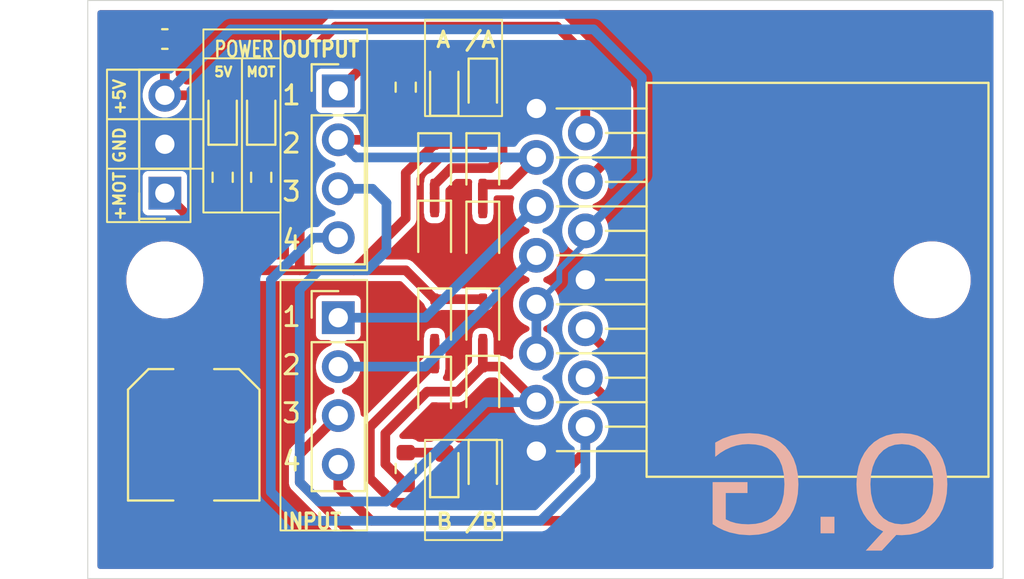
<source format=kicad_pcb>
(kicad_pcb (version 20241229) (generator "pcbnew") (generator_version "9.0")
  (layers (0 "F.Cu" signal) (2 "B.Cu" signal) (13 "F.Paste" user) (15 "B.Paste" user) (5 "F.SilkS" user "F.Silkscreen") (7 "B.SilkS" user "B.Silkscreen") (1 "F.Mask" user) (3 "B.Mask" user) (25 "Edge.Cuts" user))
  (net 0 "")
  (net 1 "+5V")
  (net 2 "GND")
  (net 3 "+24V")
  (net 4 "alim_bobine3")
  (net 5 "alim_bobine4")
  (net 6 "alim_bobine1")
  (net 7 "alim_bobine2")
  (net 8 "out_bobine1")
  (net 9 "out_bobine2")
  (net 10 "out_bobine3")
  (net 11 "out_bobine4")
  (net 12 "Net-(D14-K)")
  (net 13 "Net-(D15-A)")
  (net 14 "Net-(D17-A)")
  (net 15 "Net-(D19-K)")
  (footprint "LED_SMD:LED_0603_1608Metric" (layer "F.Cu") (at 140.5 34 -90)
    (property "Reference" "D17" (hide yes))
    (property "Value" "LED_Blue" (hide yes))
    (fp_line (start -1.485 0.735) (end 0.8 0.735) (stroke (width 0.12)) (layer "F.SilkS"))
    (fp_line (start -1.485 -0.735) (end -1.485 0.735) (stroke (width 0.12)) (layer "F.SilkS"))
    (fp_line (start 0.8 -0.735) (end -1.485 -0.735) (stroke (width 0.12)) (layer "F.SilkS"))
    (pad "1" smd roundrect (at -0.7875 0 270) (size 0.875 0.95) (layers "F.Cu" "F.Mask" "F.Paste") (net 8 "out_bobine1"))
    (pad "2" smd roundrect (at 0.7875 0 270) (size 0.875 0.95) (layers "F.Cu" "F.Mask" "F.Paste") (net 14 "Net-(D17-A)"))
  )
  (footprint "LED_SMD:LED_0603_1608Metric" (layer "F.Cu") (at 127 35.5 90)
    (property "Reference" "D19" (hide yes))
    (property "Value" "LED_Yellow" (hide yes))
    (fp_line (start 0.8 -0.735) (end -1.485 -0.735) (stroke (width 0.12)) (layer "F.SilkS"))
    (fp_line (start -1.485 -0.735) (end -1.485 0.735) (stroke (width 0.12)) (layer "F.SilkS"))
    (fp_line (start -1.485 0.735) (end 0.8 0.735) (stroke (width 0.12)) (layer "F.SilkS"))
    (pad "1" smd roundrect (at -0.7875 0 90) (size 0.875 0.95) (layers "F.Cu" "F.Mask" "F.Paste") (net 15 "Net-(D19-K)"))
    (pad "2" smd roundrect (at 0.7875 0 90) (size 0.875 0.95) (layers "F.Cu" "F.Mask" "F.Paste") (net 1 "+5V"))
  )
  (footprint "Connector_PinHeader_2.54mm:PinHeader_1x04_P2.54mm_Vertical" (layer "F.Cu") (at 133 45.96)
    (property "Reference" "J2" (hide yes))
    (property "Value" "Screw_Terminal_01x04")
    (fp_line (start -1.38 -1.38) (end 0 -1.38) (stroke (width 0.12)) (layer "F.SilkS"))
    (fp_line (start -1.38 0) (end -1.38 -1.38) (stroke (width 0.12)) (layer "F.SilkS"))
    (fp_line (start -1.38 1.27) (end -1.38 9) (stroke (width 0.12)) (layer "F.SilkS"))
    (fp_line (start -1.38 1.27) (end 1.38 1.27) (stroke (width 0.12)) (layer "F.SilkS"))
    (fp_line (start -1.38 9) (end 1.38 9) (stroke (width 0.12)) (layer "F.SilkS"))
    (fp_line (start 1.38 1.27) (end 1.38 9) (stroke (width 0.12)) (layer "F.SilkS"))
    (pad "1" thru_hole rect (at 0 0) (size 1.7 1.7) (drill 1) (layers "*.Cu" "*.Mask") (net 6 "alim_bobine1"))
    (pad "2" thru_hole circle (at 0 2.54) (size 1.7 1.7) (drill 1) (layers "*.Cu" "*.Mask") (net 7 "alim_bobine2"))
    (pad "3" thru_hole circle (at 0 5.08) (size 1.7 1.7) (drill 1) (layers "*.Cu" "*.Mask") (net 4 "alim_bobine3"))
    (pad "4" thru_hole circle (at 0 7.62) (size 1.7 1.7) (drill 1) (layers "*.Cu" "*.Mask") (net 5 "alim_bobine4"))
  )
  (footprint "Package_TO_SOT_THT:TO-220-15_P2.54x2.54mm_StaggerOdd_Lead5.84mm_TabDown" (layer "F.Cu") (at 143.28 35.105 -90)
    (property "Reference" "U2" (hide yes))
    (property "Value" "L298HN" (hide yes))
    (fp_line (start -1.33 -5.72) (end 19.11 -5.72) (stroke (width 0.12)) (layer "F.SilkS"))
    (fp_line (start 0 -5.72) (end 0 -1.05) (stroke (width 0.12)) (layer "F.SilkS"))
    (fp_line (start 1.27 -5.72) (end 1.27 -3.606) (stroke (width 0.12)) (layer "F.SilkS"))
    (fp_line (start 2.54 -5.72) (end 2.54 -1.065) (stroke (width 0.12)) (layer "F.SilkS"))
    (fp_line (start 3.81 -5.72) (end 3.81 -3.606) (stroke (width 0.12)) (layer "F.SilkS"))
    (fp_line (start 5.08 -5.72) (end 5.08 -1.065) (stroke (width 0.12)) (layer "F.SilkS"))
    (fp_line (start 6.35 -5.72) (end 6.35 -3.606) (stroke (width 0.12)) (layer "F.SilkS"))
    (fp_line (start 7.62 -5.72) (end 7.62 -1.065) (stroke (width 0.12)) (layer "F.SilkS"))
    (fp_line (start 8.89 -5.72) (end 8.89 -3.606) (stroke (width 0.12)) (layer "F.SilkS"))
    (fp_line (start 10.16 -5.72) (end 10.16 -1.065) (stroke (width 0.12)) (layer "F.SilkS"))
    (fp_line (start 11.43 -5.72) (end 11.43 -3.606) (stroke (width 0.12)) (layer "F.SilkS"))
    (fp_line (start 12.7 -5.72) (end 12.7 -1.065) (stroke (width 0.12)) (layer "F.SilkS"))
    (fp_line (start 13.97 -5.72) (end 13.97 -3.606) (stroke (width 0.12)) (layer "F.SilkS"))
    (fp_line (start 15.24 -5.72) (end 15.24 -1.065) (stroke (width 0.12)) (layer "F.SilkS"))
    (fp_line (start 16.51 -5.72) (end 16.51 -3.606) (stroke (width 0.12)) (layer "F.SilkS"))
    (fp_line (start 17.78 -5.72) (end 17.78 -1.065) (stroke (width 0.12)) (layer "F.SilkS"))
    (fp_line (start -1.33 -23.46) (end -1.33 -5.72) (stroke (width 0.12)) (layer "F.SilkS"))
    (fp_line (start -1.33 -23.46) (end 19.11 -23.46) (stroke (width 0.12)) (layer "F.SilkS"))
    (fp_line (start 19.11 -23.46) (end 19.11 -5.72) (stroke (width 0.12)) (layer "F.SilkS"))
    (pad "" np_thru_hole circle (at 8.89 -20.54 270) (size 3.5 3.5) (drill 3.5) (layers "*.Cu" "*.Mask"))
    (pad "1" thru_hole rect (at 0 0 270) (size 1.8 1.8) (drill 1) (layers "*.Cu" "*.Mask") (net 2 "GND"))
    (pad "2" thru_hole circle (at 1.27 -2.54 270) (size 1.8 1.8) (drill 1) (layers "*.Cu" "*.Mask") (net 8 "out_bobine1"))
    (pad "3" thru_hole circle (at 2.54 0 270) (size 1.8 1.8) (drill 1) (layers "*.Cu" "*.Mask") (net 9 "out_bobine2"))
    (pad "4" thru_hole circle (at 3.81 -2.54 270) (size 1.8 1.8) (drill 1) (layers "*.Cu" "*.Mask") (net 3 "+24V"))
    (pad "5" thru_hole circle (at 5.08 0 270) (size 1.8 1.8) (drill 1) (layers "*.Cu" "*.Mask") (net 6 "alim_bobine1"))
    (pad "6" thru_hole circle (at 6.35 -2.54 270) (size 1.8 1.8) (drill 1) (layers "*.Cu" "*.Mask") (net 1 "+5V"))
    (pad "7" thru_hole circle (at 7.62 0 270) (size 1.8 1.8) (drill 1) (layers "*.Cu" "*.Mask") (net 7 "alim_bobine2"))
    (pad "8" thru_hole circle (at 8.89 -2.54 270) (size 1.8 1.8) (drill 1) (layers "*.Cu" "*.Mask") (net 2 "GND"))
    (pad "9" thru_hole circle (at 10.16 0 270) (size 1.8 1.8) (drill 1) (layers "*.Cu" "*.Mask") (net 1 "+5V"))
    (pad "10" thru_hole circle (at 11.43 -2.54 270) (size 1.8 1.8) (drill 1) (layers "*.Cu" "*.Mask") (net 4 "alim_bobine3"))
    (pad "11" thru_hole circle (at 12.7 0 270) (size 1.8 1.8) (drill 1) (layers "*.Cu" "*.Mask") (net 1 "+5V"))
    (pad "12" thru_hole circle (at 13.97 -2.54 270) (size 1.8 1.8) (drill 1) (layers "*.Cu" "*.Mask") (net 5 "alim_bobine4"))
    (pad "13" thru_hole circle (at 15.24 0 270) (size 1.8 1.8) (drill 1) (layers "*.Cu" "*.Mask") (net 10 "out_bobine3"))
    (pad "14" thru_hole circle (at 16.51 -2.54 270) (size 1.8 1.8) (drill 1) (layers "*.Cu" "*.Mask") (net 11 "out_bobine4"))
    (pad "15" thru_hole circle (at 17.78 0 270) (size 1.8 1.8) (drill 1) (layers "*.Cu" "*.Mask") (net 2 "GND"))
  )
  (footprint "Diode_SMD:D_SOD-323" (layer "F.Cu") (at 140.5 49.55 -90)
    (property "Reference" "D7" (hide yes))
    (property "Value" "D" (hide yes))
    (fp_line (start -1.61 0.85) (end 1.05 0.85) (stroke (width 0.12)) (layer "F.SilkS"))
    (fp_line (start -1.61 -0.85) (end -1.61 0.85) (stroke (width 0.12)) (layer "F.SilkS"))
    (fp_line (start -1.61 -0.85) (end 1.05 -0.85) (stroke (width 0.12)) (layer "F.SilkS"))
    (pad "1" smd roundrect (at -1.05 0 270) (size 0.6 0.45) (layers "F.Cu" "F.Mask" "F.Paste") (net 10 "out_bobine3"))
    (pad "2" smd roundrect (at 1.05 0 270) (size 0.6 0.45) (layers "F.Cu" "F.Mask" "F.Paste") (net 2 "GND"))
  )
  (footprint "LED_SMD:LED_0603_1608Metric" (layer "F.Cu") (at 138.5 53.7875 90)
    (property "Reference" "D15" (hide yes))
    (property "Value" "LED_Blue" (hide yes))
    (fp_line (start 0.8 -0.735) (end -1.485 -0.735) (stroke (width 0.12)) (layer "F.SilkS"))
    (fp_line (start -1.485 -0.735) (end -1.485 0.735) (stroke (width 0.12)) (layer "F.SilkS"))
    (fp_line (start -1.485 0.735) (end 0.8 0.735) (stroke (width 0.12)) (layer "F.SilkS"))
    (pad "1" smd roundrect (at -0.7875 0 90) (size 0.875 0.95) (layers "F.Cu" "F.Mask" "F.Paste") (net 11 "out_bobine4"))
    (pad "2" smd roundrect (at 0.7875 0 90) (size 0.875 0.95) (layers "F.Cu" "F.Mask" "F.Paste") (net 13 "Net-(D15-A)"))
  )
  (footprint "Resistor_SMD:R_0603_1608Metric" (layer "F.Cu") (at 136.5 34 -90)
    (property "Reference" "R6" (hide yes))
    (property "Value" "10K" (hide yes))
    (fp_line (start -0.237258 0.5225) (end 0.237258 0.5225) (stroke (width 0.12)) (layer "F.SilkS"))
    (fp_line (start -0.237258 -0.5225) (end 0.237258 -0.5225) (stroke (width 0.12)) (layer "F.SilkS"))
    (pad "1" smd roundrect (at -0.825 0 270) (size 0.8 0.95) (layers "F.Cu" "F.Mask" "F.Paste") (net 14 "Net-(D17-A)"))
    (pad "2" smd roundrect (at 0.825 0 270) (size 0.8 0.95) (layers "F.Cu" "F.Mask" "F.Paste") (net 9 "out_bobine2"))
  )
  (footprint "Diode_SMD:D_SOD-323" (layer "F.Cu") (at 138 49.6 -90)
    (property "Reference" "D8" (hide yes))
    (property "Value" "D" (hide yes))
    (fp_line (start -1.61 0.85) (end 1.05 0.85) (stroke (width 0.12)) (layer "F.SilkS"))
    (fp_line (start -1.61 -0.85) (end -1.61 0.85) (stroke (width 0.12)) (layer "F.SilkS"))
    (fp_line (start -1.61 -0.85) (end 1.05 -0.85) (stroke (width 0.12)) (layer "F.SilkS"))
    (pad "1" smd roundrect (at -1.05 0 270) (size 0.6 0.45) (layers "F.Cu" "F.Mask" "F.Paste") (net 11 "out_bobine4"))
    (pad "2" smd roundrect (at 1.05 0 270) (size 0.6 0.45) (layers "F.Cu" "F.Mask" "F.Paste") (net 2 "GND"))
  )
  (footprint "Diode_SMD:D_SOD-323" (layer "F.Cu") (at 138 41.5 -90)
    (property "Reference" "D2" (hide yes))
    (property "Value" "D" (hide yes))
    (fp_line (start -1.61 0.85) (end 1.05 0.85) (stroke (width 0.12)) (layer "F.SilkS"))
    (fp_line (start -1.61 -0.85) (end -1.61 0.85) (stroke (width 0.12)) (layer "F.SilkS"))
    (fp_line (start -1.61 -0.85) (end 1.05 -0.85) (stroke (width 0.12)) (layer "F.SilkS"))
    (pad "1" smd roundrect (at -1.05 0 270) (size 0.6 0.45) (layers "F.Cu" "F.Mask" "F.Paste") (net 8 "out_bobine1"))
    (pad "2" smd roundrect (at 1.05 0 270) (size 0.6 0.45) (layers "F.Cu" "F.Mask" "F.Paste") (net 2 "GND"))
  )
  (footprint "Resistor_SMD:R_0603_1608Metric" (layer "F.Cu") (at 127 38.675 -90)
    (property "Reference" "R3" (hide yes))
    (property "Value" "2.2K" (hide yes))
    (fp_line (start -0.237258 0.5225) (end 0.237258 0.5225) (stroke (width 0.12)) (layer "F.SilkS"))
    (fp_line (start -0.237258 -0.5225) (end 0.237258 -0.5225) (stroke (width 0.12)) (layer "F.SilkS"))
    (pad "1" smd roundrect (at -0.825 0 270) (size 0.8 0.95) (layers "F.Cu" "F.Mask" "F.Paste") (net 15 "Net-(D19-K)"))
    (pad "2" smd roundrect (at 0.825 0 270) (size 0.8 0.95) (layers "F.Cu" "F.Mask" "F.Paste") (net 2 "GND"))
  )
  (footprint "LED_SMD:LED_0603_1608Metric" (layer "F.Cu") (at 140.5 53.7875 -90)
    (property "Reference" "D16" (hide yes))
    (property "Value" "LED_Blue" (hide yes))
    (fp_line (start -1.485 0.735) (end 0.8 0.735) (stroke (width 0.12)) (layer "F.SilkS"))
    (fp_line (start -1.485 -0.735) (end -1.485 0.735) (stroke (width 0.12)) (layer "F.SilkS"))
    (fp_line (start 0.8 -0.735) (end -1.485 -0.735) (stroke (width 0.12)) (layer "F.SilkS"))
    (pad "1" smd roundrect (at -0.7875 0 270) (size 0.875 0.95) (layers "F.Cu" "F.Mask" "F.Paste") (net 13 "Net-(D15-A)"))
    (pad "2" smd roundrect (at 0.7875 0 270) (size 0.875 0.95) (layers "F.Cu" "F.Mask" "F.Paste") (net 11 "out_bobine4"))
  )
  (footprint "Diode_SMD:D_SOD-323" (layer "F.Cu") (at 138 46.05 -90)
    (property "Reference" "D6" (hide yes))
    (property "Value" "D" (hide yes))
    (fp_line (start -1.61 0.85) (end 1.05 0.85) (stroke (width 0.12)) (layer "F.SilkS"))
    (fp_line (start -1.61 -0.85) (end -1.61 0.85) (stroke (width 0.12)) (layer "F.SilkS"))
    (fp_line (start -1.61 -0.85) (end 1.05 -0.85) (stroke (width 0.12)) (layer "F.SilkS"))
    (pad "1" smd roundrect (at -1.05 0 270) (size 0.6 0.45) (layers "F.Cu" "F.Mask" "F.Paste") (net 3 "+24V"))
    (pad "2" smd roundrect (at 1.05 0 270) (size 0.6 0.45) (layers "F.Cu" "F.Mask" "F.Paste") (net 11 "out_bobine4"))
  )
  (footprint "Connector_PinHeader_2.54mm:PinHeader_1x04_P2.54mm_Vertical" (layer "F.Cu") (at 133 34.19)
    (property "Reference" "J1" (hide yes))
    (property "Value" "Screw_Terminal_01x04")
    (fp_line (start -1.38 -1.38) (end 0 -1.38) (stroke (width 0.12)) (layer "F.SilkS"))
    (fp_line (start -1.38 0) (end -1.38 -1.38) (stroke (width 0.12)) (layer "F.SilkS"))
    (fp_line (start -1.38 1.27) (end -1.38 9) (stroke (width 0.12)) (layer "F.SilkS"))
    (fp_line (start -1.38 1.27) (end 1.38 1.27) (stroke (width 0.12)) (layer "F.SilkS"))
    (fp_line (start -1.38 9) (end 1.38 9) (stroke (width 0.12)) (layer "F.SilkS"))
    (fp_line (start 1.38 1.27) (end 1.38 9) (stroke (width 0.12)) (layer "F.SilkS"))
    (pad "1" thru_hole rect (at 0 0) (size 1.7 1.7) (drill 1) (layers "*.Cu" "*.Mask") (net 8 "out_bobine1"))
    (pad "2" thru_hole circle (at 0 2.54) (size 1.7 1.7) (drill 1) (layers "*.Cu" "*.Mask") (net 9 "out_bobine2"))
    (pad "3" thru_hole circle (at 0 5.08) (size 1.7 1.7) (drill 1) (layers "*.Cu" "*.Mask") (net 10 "out_bobine3"))
    (pad "4" thru_hole circle (at 0 7.62) (size 1.7 1.7) (drill 1) (layers "*.Cu" "*.Mask") (net 11 "out_bobine4"))
  )
  (footprint "Connector_PinSocket_2.54mm:PinSocket_1x03_P2.54mm_Vertical" (layer "F.Cu") (at 124 39.5 180)
    (property "Reference" "J3" (hide yes))
    (property "Value" "Screw_Terminal_01x03")
    (fp_line (start 1.33 1.27) (end 1.33 6.41) (stroke (width 0.12)) (layer "F.SilkS"))
    (fp_line (start 1.33 -1.33) (end 1.33 0) (stroke (width 0.12)) (layer "F.SilkS"))
    (fp_line (start 0 -1.33) (end 1.33 -1.33) (stroke (width 0.12)) (layer "F.SilkS"))
    (fp_line (start -1.33 6.41) (end 1.33 6.41) (stroke (width 0.12)) (layer "F.SilkS"))
    (fp_line (start -1.33 1.27) (end 1.33 1.27) (stroke (width 0.12)) (layer "F.SilkS"))
    (fp_line (start -1.33 1.27) (end -1.33 6.41) (stroke (width 0.12)) (layer "F.SilkS"))
    (pad "1" thru_hole rect (at 0 0 180) (size 1.7 1.7) (drill 1) (layers "*.Cu" "*.Mask") (net 3 "+24V"))
    (pad "2" thru_hole circle (at 0 2.54 180) (size 1.7 1.7) (drill 1) (layers "*.Cu" "*.Mask") (net 2 "GND"))
    (pad "3" thru_hole circle (at 0 5.08 180) (size 1.7 1.7) (drill 1) (layers "*.Cu" "*.Mask") (net 1 "+5V"))
  )
  (footprint "LED_SMD:LED_0603_1608Metric" (layer "F.Cu") (at 129 35.5 90)
    (property "Reference" "D14" (hide yes))
    (property "Value" "LED_Yellow" (hide yes))
    (fp_line (start 0.8 -0.735) (end -1.485 -0.735) (stroke (width 0.12)) (layer "F.SilkS"))
    (fp_line (start -1.485 -0.735) (end -1.485 0.735) (stroke (width 0.12)) (layer "F.SilkS"))
    (fp_line (start -1.485 0.735) (end 0.8 0.735) (stroke (width 0.12)) (layer "F.SilkS"))
    (pad "1" smd roundrect (at -0.7875 0 90) (size 0.875 0.95) (layers "F.Cu" "F.Mask" "F.Paste") (net 12 "Net-(D14-K)"))
    (pad "2" smd roundrect (at 0.7875 0 90) (size 0.875 0.95) (layers "F.Cu" "F.Mask" "F.Paste") (net 3 "+24V"))
  )
  (footprint "Diode_SMD:D_SOD-323" (layer "F.Cu") (at 138 38 -90)
    (property "Reference" "D1" (hide yes))
    (property "Value" "D" (hide yes))
    (fp_line (start -1.61 0.85) (end 1.05 0.85) (stroke (width 0.12)) (layer "F.SilkS"))
    (fp_line (start -1.61 -0.85) (end -1.61 0.85) (stroke (width 0.12)) (layer "F.SilkS"))
    (fp_line (start -1.61 -0.85) (end 1.05 -0.85) (stroke (width 0.12)) (layer "F.SilkS"))
    (pad "1" smd roundrect (at -1.05 0 270) (size 0.6 0.45) (layers "F.Cu" "F.Mask" "F.Paste") (net 3 "+24V"))
    (pad "2" smd roundrect (at 1.05 0 270) (size 0.6 0.45) (layers "F.Cu" "F.Mask" "F.Paste") (net 8 "out_bobine1"))
  )
  (footprint "Diode_SMD:D_SOD-323" (layer "F.Cu") (at 140.5 41.55 -90)
    (property "Reference" "D4" (hide yes))
    (property "Value" "D" (hide yes))
    (fp_line (start -1.61 0.85) (end 1.05 0.85) (stroke (width 0.12)) (layer "F.SilkS"))
    (fp_line (start -1.61 -0.85) (end -1.61 0.85) (stroke (width 0.12)) (layer "F.SilkS"))
    (fp_line (start -1.61 -0.85) (end 1.05 -0.85) (stroke (width 0.12)) (layer "F.SilkS"))
    (pad "1" smd roundrect (at -1.05 0 270) (size 0.6 0.45) (layers "F.Cu" "F.Mask" "F.Paste") (net 9 "out_bobine2"))
    (pad "2" smd roundrect (at 1.05 0 270) (size 0.6 0.45) (layers "F.Cu" "F.Mask" "F.Paste") (net 2 "GND"))
  )
  (footprint "Resistor_SMD:R_0603_1608Metric" (layer "F.Cu") (at 129 38.675 -90)
    (property "Reference" "R4" (hide yes))
    (property "Value" "10K" (hide yes))
    (fp_line (start -0.237258 0.5225) (end 0.237258 0.5225) (stroke (width 0.12)) (layer "F.SilkS"))
    (fp_line (start -0.237258 -0.5225) (end 0.237258 -0.5225) (stroke (width 0.12)) (layer "F.SilkS"))
    (pad "1" smd roundrect (at -0.825 0 270) (size 0.8 0.95) (layers "F.Cu" "F.Mask" "F.Paste") (net 12 "Net-(D14-K)"))
    (pad "2" smd roundrect (at 0.825 0 270) (size 0.8 0.95) (layers "F.Cu" "F.Mask" "F.Paste") (net 2 "GND"))
  )
  (footprint "Resistor_SMD:R_0603_1608Metric" (layer "F.Cu") (at 136.5 53.7875 -90)
    (property "Reference" "R5" (hide yes))
    (property "Value" "10K" (hide yes))
    (fp_line (start -0.237258 0.5225) (end 0.237258 0.5225) (stroke (width 0.12)) (layer "F.SilkS"))
    (fp_line (start -0.237258 -0.5225) (end 0.237258 -0.5225) (stroke (width 0.12)) (layer "F.SilkS"))
    (pad "1" smd roundrect (at -0.825 0 270) (size 0.8 0.95) (layers "F.Cu" "F.Mask" "F.Paste") (net 13 "Net-(D15-A)"))
    (pad "2" smd roundrect (at 0.825 0 270) (size 0.8 0.95) (layers "F.Cu" "F.Mask" "F.Paste") (net 10 "out_bobine3"))
  )
  (footprint "" (layer "F.Cu") (at 124 44)
    (property "Reference" "" (at 0 0 0) (layer "F.SilkS") (effects (font (size 1.27 1.27))))
    (property "Value" "")
    (pad "" np_thru_hole circle (at 0 0 270) (size 3.5 3.5) (drill 3.5) (layers "*.Cu" "*.Mask"))
  )
  (footprint "Diode_SMD:D_SOD-323" (layer "F.Cu") (at 140.5 46.05 -90)
    (property "Reference" "D5" (hide yes))
    (property "Value" "D" (hide yes))
    (fp_line (start -1.61 0.85) (end 1.05 0.85) (stroke (width 0.12)) (layer "F.SilkS"))
    (fp_line (start -1.61 -0.85) (end -1.61 0.85) (stroke (width 0.12)) (layer "F.SilkS"))
    (fp_line (start -1.61 -0.85) (end 1.05 -0.85) (stroke (width 0.12)) (layer "F.SilkS"))
    (pad "1" smd roundrect (at -1.05 0 270) (size 0.6 0.45) (layers "F.Cu" "F.Mask" "F.Paste") (net 3 "+24V"))
    (pad "2" smd roundrect (at 1.05 0 270) (size 0.6 0.45) (layers "F.Cu" "F.Mask" "F.Paste") (net 10 "out_bobine3"))
  )
  (footprint "Capacitor_SMD:C_Elec_6.3x7.7" (layer "F.Cu") (at 125.5 52.0375 -90)
    (property "Reference" "C2" (hide yes))
    (property "Value" "~" (hide yes))
    (fp_line (start -2.345563 3.41) (end 3.41 3.41) (stroke (width 0.12)) (layer "F.SilkS"))
    (fp_line (start 3.41 3.41) (end 3.41 1.06) (stroke (width 0.12)) (layer "F.SilkS"))
    (fp_line (start -3.41 2.345563) (end -2.345563 3.41) (stroke (width 0.12)) (layer "F.SilkS"))
    (fp_line (start -3.41 2.345563) (end -3.41 1.06) (stroke (width 0.12)) (layer "F.SilkS"))
    (fp_line (start -3.41 -2.345563) (end -3.41 -1.06) (stroke (width 0.12)) (layer "F.SilkS"))
    (fp_line (start -3.41 -2.345563) (end -2.345563 -3.41) (stroke (width 0.12)) (layer "F.SilkS"))
    (fp_line (start -2.345563 -3.41) (end 3.41 -3.41) (stroke (width 0.12)) (layer "F.SilkS"))
    (fp_line (start 3.41 -3.41) (end 3.41 -1.06) (stroke (width 0.12)) (layer "F.SilkS"))
    (pad "1" smd roundrect (at -2.5375 0 270) (size 3.325 1.6) (layers "F.Cu" "F.Mask" "F.Paste") (roundrect_rratio 0.15625) (net 3 "+24V"))
    (pad "2" smd roundrect (at 2.5375 0 270) (size 3.325 1.6) (layers "F.Cu" "F.Mask" "F.Paste") (roundrect_rratio 0.15625) (net 2 "GND"))
  )
  (footprint "LED_SMD:LED_0603_1608Metric" (layer "F.Cu") (at 138.5 34 90)
    (property "Reference" "D18" (hide yes))
    (property "Value" "LED_Blue" (hide yes))
    (fp_line (start 0.8 -0.735) (end -1.485 -0.735) (stroke (width 0.12)) (layer "F.SilkS"))
    (fp_line (start -1.485 -0.735) (end -1.485 0.735) (stroke (width 0.12)) (layer "F.SilkS"))
    (fp_line (start -1.485 0.735) (end 0.8 0.735) (stroke (width 0.12)) (layer "F.SilkS"))
    (pad "1" smd roundrect (at -0.7875 0 90) (size 0.875 0.95) (layers "F.Cu" "F.Mask" "F.Paste") (net 14 "Net-(D17-A)"))
    (pad "2" smd roundrect (at 0.7875 0 90) (size 0.875 0.95) (layers "F.Cu" "F.Mask" "F.Paste") (net 8 "out_bobine1"))
  )
  (footprint "Diode_SMD:D_SOD-323" (layer "F.Cu") (at 140.5 38 -90)
    (property "Reference" "D3" (hide yes))
    (property "Value" "D" (hide yes))
    (fp_line (start -1.61 0.85) (end 1.05 0.85) (stroke (width 0.12)) (layer "F.SilkS"))
    (fp_line (start -1.61 -0.85) (end -1.61 0.85) (stroke (width 0.12)) (layer "F.SilkS"))
    (fp_line (start -1.61 -0.85) (end 1.05 -0.85) (stroke (width 0.12)) (layer "F.SilkS"))
    (pad "1" smd roundrect (at -1.05 0 270) (size 0.6 0.45) (layers "F.Cu" "F.Mask" "F.Paste") (net 3 "+24V"))
    (pad "2" smd roundrect (at 1.05 0 270) (size 0.6 0.45) (layers "F.Cu" "F.Mask" "F.Paste") (net 9 "out_bobine2"))
  )
  (footprint "Capacitor_SMD:C_0603_1608Metric" (layer "F.Cu") (at 124 31.5 180)
    (property "Reference" "C1" (hide yes))
    (property "Value" "100nF" (hide yes))
    (fp_line (start -0.14058 0.51) (end 0.14058 0.51) (stroke (width 0.12)) (layer "F.SilkS"))
    (fp_line (start -0.14058 -0.51) (end 0.14058 -0.51) (stroke (width 0.12)) (layer "F.SilkS"))
    (pad "1" smd roundrect (at -0.775 0 180) (size 0.9 0.95) (layers "F.Cu" "F.Mask" "F.Paste") (net 2 "GND"))
    (pad "2" smd roundrect (at 0.775 0 180) (size 0.9 0.95) (layers "F.Cu" "F.Mask" "F.Paste") (net 1 "+5V"))
  )
  (gr_rect (start 121 35.66) (end 122.67 38.23) (stroke (width 0.1)) (fill no) (layer "F.SilkS"))
  (gr_rect (start 122.67 38.23) (end 125.33 41) (stroke (width 0.1)) (fill no) (layer "F.SilkS"))
  (gr_rect (start 121 33.09) (end 125.33 35.66) (stroke (width 0.1)) (fill no) (layer "F.SilkS"))
  (gr_rect (start 137.5 52.3025) (end 141.5 57.5) (stroke (width 0.1)) (fill no) (layer "F.SilkS"))
  (gr_rect (start 137.5 30.5) (end 141.5 35.5) (stroke (width 0.1)) (fill no) (layer "F.SilkS"))
  (gr_rect (start 122.67 35.66) (end 126 38.23) (stroke (width 0.1)) (fill no) (layer "F.SilkS"))
  (gr_rect (start 130 31) (end 134.5 43.5) (stroke (width 0.1)) (fill no) (layer "F.SilkS"))
  (gr_rect (start 126 31) (end 130 40.5) (stroke (width 0.1)) (fill no) (layer "F.SilkS"))
  (gr_rect (start 130 44) (end 134.5 57) (stroke (width 0.1)) (fill no) (layer "F.SilkS"))
  (gr_rect (start 126 32.5) (end 128 40.5) (stroke (width 0.1)) (fill no) (layer "F.SilkS"))
  (gr_rect (start 121 33.09) (end 125.33 41) (stroke (width 0.1)) (fill no) (layer "F.SilkS"))
  (gr_rect (start 128 32.5) (end 130 40.5) (stroke (width 0.1)) (fill no) (layer "F.SilkS"))
  (gr_rect (start 120 29.5) (end 167.5 59.5) (stroke (width 0.05)) (fill no) (layer "Edge.Cuts"))
  (gr_text "OUTPUT" (at 130 32.5 0) (layer "F.SilkS") (effects (font (size 0.8 0.7) (thickness 0.16) (bold yes)) (justify left bottom)))
  (gr_text "5V  MOT " (at 126.5 33.5 0) (layer "F.SilkS") (effects (font (size 0.5 0.5) (thickness 0.125) (bold yes)) (justify left bottom)))
  (gr_text "GND" (at 122 38 90) (layer "F.SilkS") (effects (font (size 0.6 0.6) (thickness 0.125) (bold yes)) (justify left bottom)))
  (gr_text "POWER" (at 126.5 32.5 0) (layer "F.SilkS") (effects (font (size 0.8 0.6) (thickness 0.125) (bold yes)) (justify left bottom)))
  (gr_text "4" (at 130 42.5 0) (layer "F.SilkS") (effects (font (size 1 1)) (justify left bottom)))
  (gr_text "A" (at 138 32 0) (layer "F.SilkS") (effects (font (size 0.8 0.8) (thickness 0.16) (bold yes)) (justify left bottom)))
  (gr_text "B" (at 138 57 0) (layer "F.SilkS") (effects (font (size 0.8 0.8) (thickness 0.16) (bold yes)) (justify left bottom)))
  (gr_text "/A" (at 139.5 32 0) (layer "F.SilkS") (effects (font (size 0.8 0.8) (thickness 0.16) (bold yes)) (justify left bottom)))
  (gr_text "1" (at 130 35 0) (layer "F.SilkS") (effects (font (size 1 1)) (justify left bottom)))
  (gr_text "4" (at 130 54 0) (layer "F.SilkS") (effects (font (size 1 1)) (justify left bottom)))
  (gr_text "3" (at 130 51.5 0) (layer "F.SilkS") (effects (font (size 1 1)) (justify left bottom)))
  (gr_text "/B" (at 139.5 57 0) (layer "F.SilkS") (effects (font (size 0.8 0.8) (thickness 0.16) (bold yes)) (justify left bottom)))
  (gr_text "2" (at 130 49 0) (layer "F.SilkS") (effects (font (size 1 1)) (justify left bottom)))
  (gr_text "2" (at 130 37.5 0) (layer "F.SilkS") (effects (font (size 1 1)) (justify left bottom)))
  (gr_text "+MOT" (at 122 41 90) (layer "F.SilkS") (effects (font (size 0.6 0.6) (thickness 0.125) (bold yes)) (justify left bottom)))
  (gr_text "1" (at 130 46.5 0) (layer "F.SilkS") (effects (font (size 1 1)) (justify left bottom)))
  (gr_text "INPUT" (at 130 57 0) (layer "F.SilkS") (effects (font (size 0.8 0.7) (thickness 0.16) (bold yes)) (justify left bottom)))
  (gr_text "3" (at 130 40 0) (layer "F.SilkS") (effects (font (size 1 1)) (justify left bottom)))
  (gr_text "+5V" (at 122 35.5 90) (layer "F.SilkS") (effects (font (size 0.6 0.6) (thickness 0.125) (bold yes)) (justify left bottom)))
  (gr_text "Q.G" (at 165 58 0) (layer "B.SilkS") (effects (font (size 5 5) (thickness 0.1)) (justify left bottom mirror)))
  (segment (start 124 34.42) (end 124 33) (width 0.5) (layer "F.Cu") (net 1))
  (segment (start 126.7075 34.42) (end 127 34.7125) (width 0.5) (layer "F.Cu") (net 1))
  (segment (start 123.225 32.225) (end 123.225 31.5) (width 0.5) (layer "F.Cu") (net 1))
  (segment (start 124 34.42) (end 126.7075 34.42) (width 0.5) (layer "F.Cu") (net 1))
  (segment (start 124 33) (end 123.225 32.225) (width 0.5) (layer "F.Cu") (net 1))
  (segment (start 148.75 38.525) (end 145.82 41.455) (width 0.5) (layer "B.Cu") (net 1))
  (segment (start 143.28 47.805) (end 143.28 45.265) (width 0.5) (layer "B.Cu") (net 1))
  (segment (start 145.82 42.084397) (end 145.82 41.455) (width 0.3) (layer "B.Cu") (net 1))
  (segment (start 144.469 43.435397) (end 145.82 42.084397) (width 0.3) (layer "B.Cu") (net 1))
  (segment (start 144.469 44.076) (end 144.469 43.435397) (width 0.3) (layer "B.Cu") (net 1))
  (segment (start 143.28 45.265) (end 144.469 44.076) (width 0.3) (layer "B.Cu") (net 1))
  (segment (start 124 34.42) (end 127.42 31) (width 0.5) (layer "B.Cu") (net 1))
  (segment (start 148.75 33.5) (end 148.75 38.525) (width 0.5) (layer "B.Cu") (net 1))
  (segment (start 127.42 31) (end 146.25 31) (width 0.5) (layer "B.Cu") (net 1))
  (segment (start 146.25 31) (end 148.75 33.5) (width 0.5) (layer "B.Cu") (net 1))
  (segment (start 127 39.5) (end 129 39.5) (width 0.5) (layer "F.Cu") (net 2))
  (segment (start 138 50.65) (end 140.45 50.65) (width 0.5) (layer "F.Cu") (net 2))
  (segment (start 124.46 36.96) (end 127 39.5) (width 0.5) (layer "F.Cu") (net 2))
  (segment (start 140.45 50.65) (end 140.5 50.6) (width 0.5) (layer "F.Cu") (net 2))
  (segment (start 124 36.96) (end 124.46 36.96) (width 0.5) (layer "F.Cu") (net 2))
  (segment (start 140.45 42.55) (end 140.5 42.6) (width 0.5) (layer "F.Cu") (net 2))
  (segment (start 138 42.55) (end 140.45 42.55) (width 0.5) (layer "F.Cu") (net 2))
  (segment (start 136.5 43.5) (end 133.7997 43.5) (width 0.5) (layer "F.Cu") (net 3))
  (segment (start 138 45) (end 140.5 45) (width 0.5) (layer "F.Cu") (net 3))
  (segment (start 138 45) (end 136.5 43.5) (width 0.5) (layer "F.Cu") (net 3))
  (segment (start 131 36.7125) (end 131 43.5) (width 0.5) (layer "F.Cu") (net 3))
  (segment (start 132.85625 30.85625) (end 129 34.7125) (width 0.5) (layer "F.Cu") (net 3))
  (segment (start 136.5 40.7997) (end 133.7997 43.5) (width 0.5) (layer "F.Cu") (net 3))
  (segment (start 147.75 34.25) (end 144.35625 30.85625) (width 0.5) (layer "F.Cu") (net 3))
  (segment (start 125.5 49.5) (end 125.5 47.5) (width 0.5) (layer "F.Cu") (net 3))
  (segment (start 144.35625 30.85625) (end 132.85625 30.85625) (width 0.5) (layer "F.Cu") (net 3))
  (segment (start 147.75 36.985) (end 147.75 34.25) (width 0.5) (layer "F.Cu") (net 3))
  (segment (start 129 34.7125) (end 131 36.7125) (width 0.5) (layer "F.Cu") (net 3))
  (segment (start 136.5 38.45) (end 136.5 40.7997) (width 0.5) (layer "F.Cu") (net 3))
  (segment (start 124 39.5) (end 126.5 42) (width 0.5) (layer "F.Cu") (net 3))
  (segment (start 128 43.5) (end 126.5 42) (width 0.5) (layer "F.Cu") (net 3))
  (segment (start 128 45) (end 128 43.5) (width 0.5) (layer "F.Cu") (net 3))
  (segment (start 131 43.5) (end 128 43.5) (width 0.5) (layer "F.Cu") (net 3))
  (segment (start 133.7997 43.5) (end 131 43.5) (width 0.5) (layer "F.Cu") (net 3))
  (segment (start 125.5 47.5) (end 128 45) (width 0.5) (layer "F.Cu") (net 3))
  (segment (start 138 36.95) (end 140.5 36.95) (width 0.5) (layer "F.Cu") (net 3))
  (segment (start 138 36.95) (end 136.5 38.45) (width 0.5) (layer "F.Cu") (net 3))
  (segment (start 145.82 38.915) (end 147.75 36.985) (width 0.5) (layer "F.Cu") (net 3))
  (segment (start 131 54.5) (end 134 57.5) (width 0.5) (layer "F.Cu") (net 4))
  (segment (start 131 53.04) (end 131 54.5) (width 0.5) (layer "F.Cu") (net 4))
  (segment (start 149.25 55.068309) (end 149.25 49.965) (width 0.5) (layer "F.Cu") (net 4))
  (segment (start 149.25 49.965) (end 145.82 46.535) (width 0.5) (layer "F.Cu") (net 4))
  (segment (start 133 51.04) (end 131 53.04) (width 0.5) (layer "F.Cu") (net 4))
  (segment (start 134 57.5) (end 146.818309 57.5) (width 0.5) (layer "F.Cu") (net 4))
  (segment (start 146.818309 57.5) (end 149.25 55.068309) (width 0.5) (layer "F.Cu") (net 4))
  (segment (start 133 54.79) (end 134.71 56.5) (width 0.5) (layer "F.Cu") (net 5))
  (segment (start 133 53.58) (end 133 54.79) (width 0.5) (layer "F.Cu") (net 5))
  (segment (start 147.5 55) (end 147.5 50.755) (width 0.5) (layer "F.Cu") (net 5))
  (segment (start 147.5 50.755) (end 145.82 49.075) (width 0.5) (layer "F.Cu") (net 5))
  (segment (start 134.71 56.5) (end 146 56.5) (width 0.5) (layer "F.Cu") (net 5))
  (segment (start 146 56.5) (end 147.5 55) (width 0.5) (layer "F.Cu") (net 5))
  (segment (start 133 45.96) (end 137.505 45.96) (width 0.5) (layer "B.Cu") (net 6))
  (segment (start 137.505 45.96) (end 143.28 40.185) (width 0.5) (layer "B.Cu") (net 6))
  (segment (start 137.505 48.5) (end 143.28 42.725) (width 0.5) (layer "B.Cu") (net 7))
  (segment (start 133 48.5) (end 137.505 48.5) (width 0.5) (layer "B.Cu") (net 7))
  (segment (start 145.82 34.32) (end 144.7125 33.2125) (width 0.5) (layer "F.Cu") (net 8))
  (segment (start 141.526 34.2385) (end 141.526 37.563448) (width 0.5) (layer "F.Cu") (net 8))
  (segment (start 140.5 33.2125) (end 141.526 34.2385) (width 0.5) (layer "F.Cu") (net 8))
  (segment (start 145.82 36.375) (end 145.82 34.32) (width 0.5) (layer "F.Cu") (net 8))
  (segment (start 135.19 32) (end 137.2875 32) (width 0.5) (layer "F.Cu") (net 8))
  (segment (start 144.7125 33.2125) (end 140.5 33.2125) (width 0.5) (layer "F.Cu") (net 8))
  (segment (start 138 39.5) (end 138 39.05) (width 0.5) (layer "F.Cu") (net 8))
  (segment (start 138.851 38.199) (end 138 39.05) (width 0.5) (layer "F.Cu") (net 8))
  (segment (start 141.526 37.563448) (end 140.890448 38.199) (width 0.5) (layer "F.Cu") (net 8))
  (segment (start 138 40.45) (end 138 39.5) (width 0.5) (layer "F.Cu") (net 8))
  (segment (start 138.5 33.2125) (end 140.5 33.2125) (width 0.5) (layer "F.Cu") (net 8))
  (segment (start 137.2875 32) (end 138.5 33.2125) (width 0.5) (layer "F.Cu") (net 8))
  (segment (start 140.890448 38.199) (end 138.851 38.199) (width 0.5) (layer "F.Cu") (net 8))
  (segment (start 133 34.19) (end 135.19 32) (width 0.5) (layer "F.Cu") (net 8))
  (segment (start 134.595 36.73) (end 136.5 34.825) (width 0.5) (layer "F.Cu") (net 9))
  (segment (start 140.5 39.05) (end 141.875 39.05) (width 0.5) (layer "F.Cu") (net 9))
  (segment (start 141.875 39.05) (end 143.28 37.645) (width 0.5) (layer "F.Cu") (net 9))
  (segment (start 133 36.73) (end 134.595 36.73) (width 0.5) (layer "F.Cu") (net 9))
  (segment (start 140.5 40.5) (end 140.5 39.05) (width 0.5) (layer "F.Cu") (net 9))
  (segment (start 133.915 37.645) (end 143.28 37.645) (width 0.5) (layer "B.Cu") (net 9))
  (segment (start 133 36.73) (end 133.915 37.645) (width 0.5) (layer "B.Cu") (net 9))
  (segment (start 141.435 48.5) (end 143.28 50.345) (width 0.5) (layer "F.Cu") (net 10))
  (segment (start 140.5 47.1) (end 140.5 48.5) (width 0.5) (layer "F.Cu") (net 10))
  (segment (start 139.201 49.799) (end 137.609552 49.799) (width 0.5) (layer "F.Cu") (net 10))
  (segment (start 140.5 48.5) (end 139.201 49.799) (width 0.5) (layer "F.Cu") (net 10))
  (segment (start 137.609552 49.799) (end 135.441393 51.967159) (width 0.5) (layer "F.Cu") (net 10))
  (segment (start 135.441393 51.967159) (end 135.441393 53.553893) (width 0.5) (layer "F.Cu") (net 10))
  (segment (start 135.441393 53.553893) (end 136.45 54.5625) (width 0.5) (layer "F.Cu") (net 10))
  (segment (start 140.5 48.5) (end 141.435 48.5) (width 0.5) (layer "F.Cu") (net 10))
  (segment (start 136.45 54.5625) (end 136.5 54.5625) (width 0.5) (layer "F.Cu") (net 10))
  (segment (start 135.5 42.5) (end 135.5 40) (width 0.5) (layer "B.Cu") (net 10))
  (segment (start 131 44.5) (end 132 43.5) (width 0.5) (layer "B.Cu") (net 10))
  (segment (start 134.77 39.27) (end 133 39.27) (width 0.5) (layer "B.Cu") (net 10))
  (segment (start 132 43.5) (end 134.5 43.5) (width 0.5) (layer "B.Cu") (net 10))
  (segment (start 135.5 40) (end 134.77 39.27) (width 0.5) (layer "B.Cu") (net 10))
  (segment (start 140.655 50.345) (end 135.5 55.5) (width 0.5) (layer "B.Cu") (net 10))
  (segment (start 131 54.5) (end 131 44.5) (width 0.5) (layer "B.Cu") (net 10))
  (segment (start 135.5 55.5) (end 132 55.5) (width 0.5) (layer "B.Cu") (net 10))
  (segment (start 143.28 50.345) (end 140.655 50.345) (width 0.5) (layer "B.Cu") (net 10))
  (segment (start 132 55.5) (end 131 54.5) (width 0.5) (layer "B.Cu") (net 10))
  (segment (start 134.5 43.5) (end 135.5 42.5) (width 0.5) (layer "B.Cu") (net 10))
  (segment (start 138.5 54.575) (end 137.5115 55.5635) (width 0.5) (layer "F.Cu") (net 11))
  (segment (start 145.82 52.887792) (end 145.82 51.615) (width 0.5) (layer "F.Cu") (net 11))
  (segment (start 134.640393 51.635373) (end 137.725766 48.55) (width 0.5) (layer "F.Cu") (net 11))
  (segment (start 140.5 54.575) (end 144.132792 54.575) (width 0.5) (layer "F.Cu") (net 11))
  (segment (start 134.640393 54.295509) (end 134.640393 51.635373) (width 0.5) (layer "F.Cu") (net 11))
  (segment (start 138 47.1) (end 138 48.55) (width 0.5) (layer "F.Cu") (net 11))
  (segment (start 140.5 54.575) (end 138.5 54.575) (width 0.5) (layer "F.Cu") (net 11))
  (segment (start 137.725766 48.55) (end 138 48.55) (width 0.5) (layer "F.Cu") (net 11))
  (segment (start 144.132792 54.575) (end 145.82 52.887792) (width 0.5) (layer "F.Cu") (net 11))
  (segment (start 135.908384 55.5635) (end 134.640393 54.295509) (width 0.5) (layer "F.Cu") (net 11))
  (segment (start 137.5115 55.5635) (end 135.908384 55.5635) (width 0.5) (layer "F.Cu") (net 11))
  (segment (start 129.5 55) (end 131 56.5) (width 0.5) (layer "B.Cu") (net 11))
  (segment (start 129.5 44) (end 129.5 55) (width 0.5) (layer "B.Cu") (net 11))
  (segment (start 145.82 54.18) (end 145.82 51.615) (width 0.5) (layer "B.Cu") (net 11))
  (segment (start 133 41.81) (end 131.69 41.81) (width 0.5) (layer "B.Cu") (net 11))
  (segment (start 143.5 56.5) (end 145.82 54.18) (width 0.5) (layer "B.Cu") (net 11))
  (segment (start 131 56.5) (end 143.5 56.5) (width 0.5) (layer "B.Cu") (net 11))
  (segment (start 131.69 41.81) (end 129.5 44) (width 0.5) (layer "B.Cu") (net 11))
  (segment (start 129 37.85) (end 129 36.2875) (width 0.5) (layer "F.Cu") (net 12))
  (segment (start 138.4625 52.9625) (end 138.5 53) (width 0.5) (layer "F.Cu") (net 13))
  (segment (start 140.5 53) (end 138.5 53) (width 0.5) (layer "F.Cu") (net 13))
  (segment (start 136.5 52.9625) (end 138.4625 52.9625) (width 0.5) (layer "F.Cu") (net 13))
  (segment (start 138.5 34.7875) (end 140.5 34.7875) (width 0.5) (layer "F.Cu") (net 14))
  (segment (start 136.5 33.175) (end 136.675 33.175) (width 0.5) (layer "F.Cu") (net 14))
  (segment (start 138.2875 34.7875) (end 138.5 34.7875) (width 0.5) (layer "F.Cu") (net 14))
  (segment (start 136.675 33.175) (end 138.2875 34.7875) (width 0.5) (layer "F.Cu") (net 14))
  (segment (start 127 36.2875) (end 127 37.85) (width 0.5) (layer "F.Cu") (net 15))
  (zone (net 2) (net_name "GND") (layer "F.Cu") (connect_pads yes (clearance 0.31)) (min_thickness 0.31) (fill yes (thermal_gap 0.5) (thermal_bridge_width 0.5))
    (polygon (pts (xy 120 29.5) (xy 167.5 29.5) (xy 167.5 59.5) (xy 120 59.5)))
  )
  (zone (net 2) (net_name "GND") (layer "B.Cu") (priority 1) (connect_pads yes (clearance 0.3)) (min_thickness 0.3) (fill yes (thermal_gap 0.5) (thermal_bridge_width 0.5))
    (polygon (pts (xy 120 29.5) (xy 167.5 29.5) (xy 167.5 59.5) (xy 120 59.5)))
  )
)
</source>
